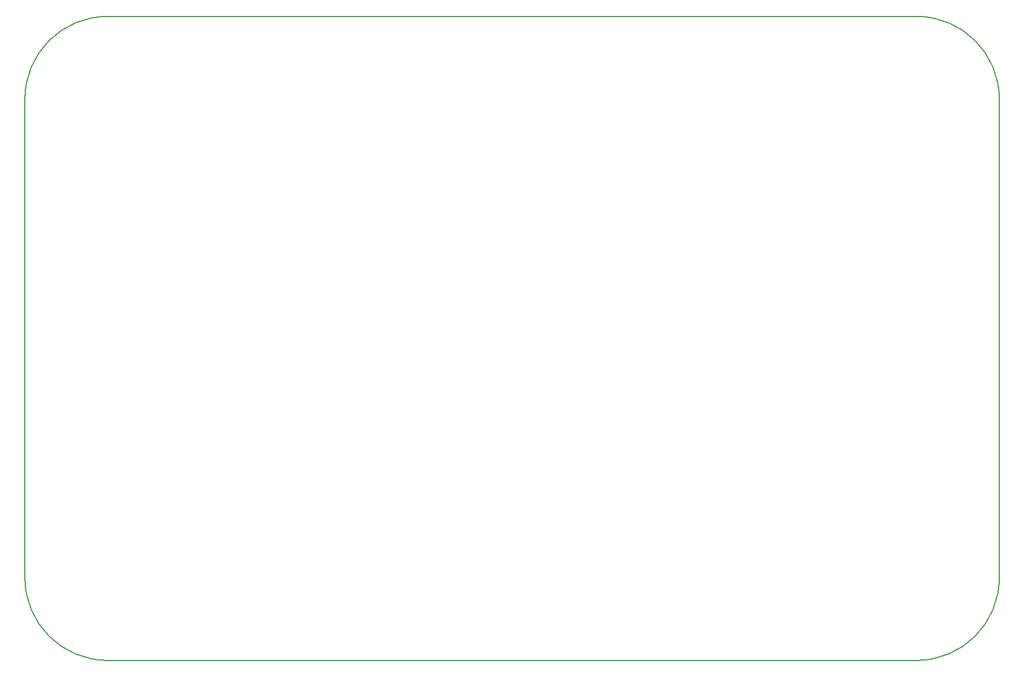
<source format=gbr>
G04 #@! TF.FileFunction,Profile,NP*
%FSLAX46Y46*%
G04 Gerber Fmt 4.6, Leading zero omitted, Abs format (unit mm)*
G04 Created by KiCad (PCBNEW 4.0.4-stable) date Wednesday, November 08, 2017 'PMt' 04:38:46 PM*
%MOMM*%
%LPD*%
G01*
G04 APERTURE LIST*
%ADD10C,0.100000*%
%ADD11C,0.150000*%
G04 APERTURE END LIST*
D10*
D11*
X78740000Y-129540000D02*
G75*
G03X91440000Y-142240000I12700000J0D01*
G01*
X215900000Y-142240000D02*
G75*
G03X228600000Y-129540000I0J12700000D01*
G01*
X215900000Y-142240000D02*
X91440000Y-142240000D01*
X91440000Y-43180000D02*
G75*
G03X78740000Y-55880000I0J-12700000D01*
G01*
X215900000Y-43180000D02*
X91440000Y-43180000D01*
X228600000Y-55880000D02*
G75*
G03X215900000Y-43180000I-12700000J0D01*
G01*
X228600000Y-129540000D02*
X228600000Y-55880000D01*
X78740000Y-55880000D02*
X78740000Y-129540000D01*
M02*

</source>
